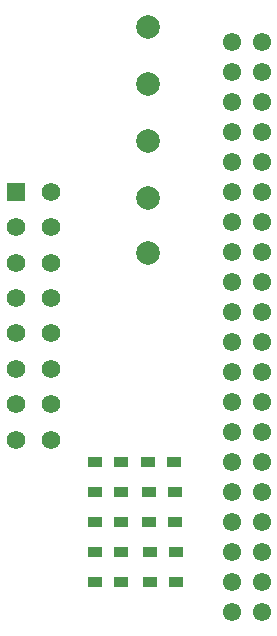
<source format=gts>
%TF.GenerationSoftware,KiCad,Pcbnew,(5.1.10)-1*%
%TF.CreationDate,2021-05-26T15:53:11-05:00*%
%TF.ProjectId,IAQ RPI PCB Rev 1,49415120-5250-4492-9050-434220526576,1*%
%TF.SameCoordinates,Original*%
%TF.FileFunction,Soldermask,Top*%
%TF.FilePolarity,Negative*%
%FSLAX46Y46*%
G04 Gerber Fmt 4.6, Leading zero omitted, Abs format (unit mm)*
G04 Created by KiCad (PCBNEW (5.1.10)-1) date 2021-05-26 15:53:11*
%MOMM*%
%LPD*%
G01*
G04 APERTURE LIST*
%ADD10R,1.200000X0.900000*%
%ADD11C,1.550000*%
%ADD12R,1.575000X1.575000*%
%ADD13C,1.575000*%
%ADD14C,2.000000*%
G04 APERTURE END LIST*
D10*
%TO.C,D1*%
X188214000Y-113030000D03*
X186014000Y-113030000D03*
%TD*%
%TO.C,D2*%
X186014000Y-110490000D03*
X188214000Y-110490000D03*
%TD*%
%TO.C,D3*%
X188214000Y-107950000D03*
X186014000Y-107950000D03*
%TD*%
%TO.C,D4*%
X188255000Y-105410000D03*
X186055000Y-105410000D03*
%TD*%
%TO.C,D5*%
X186014000Y-102870000D03*
X188214000Y-102870000D03*
%TD*%
D11*
%TO.C,J1*%
X197612000Y-67310000D03*
X200152000Y-67310000D03*
X197612000Y-69850000D03*
X200152000Y-69850000D03*
X197612000Y-72390000D03*
X200152000Y-72390000D03*
X197612000Y-74930000D03*
X200152000Y-74930000D03*
X197612000Y-77470000D03*
X200152000Y-77470000D03*
X197612000Y-80010000D03*
X200152000Y-80010000D03*
X197612000Y-82550000D03*
X200152000Y-82550000D03*
X197612000Y-85090000D03*
X200152000Y-85090000D03*
X197612000Y-87630000D03*
X200152000Y-87630000D03*
X197612000Y-90170000D03*
X200152000Y-90170000D03*
X197612000Y-92710000D03*
X200152000Y-92710000D03*
X197612000Y-95250000D03*
X200152000Y-95250000D03*
X197612000Y-97790000D03*
X200152000Y-97790000D03*
X197612000Y-100330000D03*
X200152000Y-100330000D03*
X197612000Y-102870000D03*
X200152000Y-102870000D03*
X197612000Y-105410000D03*
X200152000Y-105410000D03*
X197612000Y-107950000D03*
X200152000Y-107950000D03*
X197612000Y-110490000D03*
X200152000Y-110490000D03*
X197612000Y-113030000D03*
X200152000Y-113030000D03*
X197612000Y-115570000D03*
X200152000Y-115570000D03*
%TD*%
D12*
%TO.C,J2*%
X179324000Y-80010000D03*
D13*
X182324000Y-80010000D03*
X179324000Y-83010000D03*
X182324000Y-83010000D03*
X179324000Y-86010000D03*
X182324000Y-86010000D03*
X179324000Y-89010000D03*
X182324000Y-89010000D03*
X179324000Y-92010000D03*
X182324000Y-92010000D03*
X179324000Y-95010000D03*
X182324000Y-95010000D03*
X179324000Y-98010000D03*
X182324000Y-98010000D03*
X179324000Y-101010000D03*
X182324000Y-101010000D03*
%TD*%
D10*
%TO.C,R1*%
X192913000Y-113030000D03*
X190713000Y-113030000D03*
%TD*%
%TO.C,R2*%
X192913000Y-110490000D03*
X190713000Y-110490000D03*
%TD*%
%TO.C,R3*%
X190627000Y-107950000D03*
X192827000Y-107950000D03*
%TD*%
%TO.C,R4*%
X192786000Y-105410000D03*
X190586000Y-105410000D03*
%TD*%
%TO.C,R5*%
X190543000Y-102870000D03*
X192743000Y-102870000D03*
%TD*%
D14*
%TO.C,GND*%
X190500000Y-85217000D03*
%TD*%
%TO.C,5V*%
X190500000Y-66040000D03*
%TD*%
%TO.C,Pin 5*%
X190500000Y-80518000D03*
%TD*%
%TO.C,3.3V*%
X190500000Y-70866000D03*
%TD*%
%TO.C,Pin 3*%
X190500000Y-75692000D03*
%TD*%
M02*

</source>
